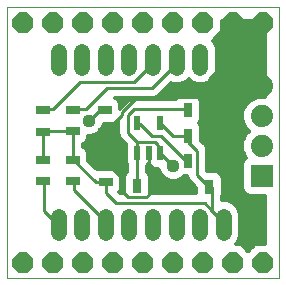
<source format=gbl>
G75*
%MOIN*%
%OFA0B0*%
%FSLAX25Y25*%
%IPPOS*%
%LPD*%
%AMOC8*
5,1,8,0,0,1.08239X$1,22.5*
%
%ADD10C,0.00000*%
%ADD11OC8,0.07000*%
%ADD12R,0.03150X0.04724*%
%ADD13R,0.02165X0.04724*%
%ADD14C,0.05356*%
%ADD15R,0.04724X0.03150*%
%ADD16R,0.07400X0.07400*%
%ADD17C,0.07400*%
%ADD18C,0.01200*%
%ADD19C,0.01000*%
%ADD20C,0.04400*%
D10*
X0007600Y0009100D02*
X0098301Y0009100D01*
X0098301Y0099561D01*
X0007600Y0099561D01*
X0007600Y0009100D01*
D11*
X0013100Y0014100D03*
X0023100Y0014100D03*
X0033100Y0014100D03*
X0043100Y0014100D03*
X0053100Y0014100D03*
X0063100Y0014100D03*
X0073100Y0014100D03*
X0083100Y0014100D03*
X0093100Y0014100D03*
X0093100Y0094100D03*
X0083100Y0094100D03*
X0073100Y0094100D03*
X0063100Y0094100D03*
X0053100Y0094100D03*
X0043100Y0094100D03*
X0033100Y0094100D03*
X0023100Y0094100D03*
X0013100Y0094100D03*
D12*
X0051057Y0040000D03*
X0058143Y0040000D03*
X0068057Y0039600D03*
X0075143Y0039600D03*
X0075043Y0048300D03*
X0067957Y0048300D03*
X0068057Y0056600D03*
X0075143Y0056600D03*
X0075043Y0065100D03*
X0067957Y0065100D03*
D13*
X0058640Y0060919D03*
X0051160Y0060919D03*
X0051160Y0050681D03*
X0054900Y0050681D03*
X0058640Y0050681D03*
D14*
X0056361Y0029525D02*
X0056361Y0024169D01*
X0064235Y0024169D02*
X0064235Y0029525D01*
X0072109Y0029525D02*
X0072109Y0024169D01*
X0079983Y0024169D02*
X0079983Y0029525D01*
X0048487Y0029525D02*
X0048487Y0024169D01*
X0040613Y0024169D02*
X0040613Y0029525D01*
X0032739Y0029525D02*
X0032739Y0024169D01*
X0024865Y0024169D02*
X0024865Y0029525D01*
X0024865Y0079287D02*
X0024865Y0084643D01*
X0032739Y0084643D02*
X0032739Y0079287D01*
X0040613Y0079287D02*
X0040613Y0084643D01*
X0048487Y0084643D02*
X0048487Y0079287D01*
X0056361Y0079287D02*
X0056361Y0084643D01*
X0064235Y0084643D02*
X0064235Y0079287D01*
X0072109Y0079287D02*
X0072109Y0084643D01*
X0079983Y0084643D02*
X0079983Y0079287D01*
D15*
X0040300Y0065043D03*
X0040300Y0057957D03*
X0040600Y0048143D03*
X0040600Y0041057D03*
X0029600Y0041557D03*
X0029600Y0048643D03*
X0029600Y0058057D03*
X0029600Y0065143D03*
X0019700Y0065043D03*
X0019700Y0057957D03*
X0019600Y0048643D03*
X0019600Y0041557D03*
D16*
X0092600Y0043100D03*
D17*
X0092600Y0053100D03*
X0092600Y0063100D03*
X0092600Y0073100D03*
D18*
X0093701Y0073451D02*
X0061618Y0073451D01*
X0062319Y0074152D02*
X0063146Y0073809D01*
X0065325Y0073809D01*
X0067338Y0074643D01*
X0068172Y0075477D01*
X0069006Y0074643D01*
X0071020Y0073809D01*
X0073199Y0073809D01*
X0075212Y0074643D01*
X0076753Y0076184D01*
X0077587Y0078198D01*
X0077587Y0085733D01*
X0076753Y0087746D01*
X0076205Y0088295D01*
X0079400Y0091490D01*
X0079400Y0094961D01*
X0093701Y0094961D01*
X0093701Y0069600D01*
X0091307Y0069600D01*
X0088918Y0068610D01*
X0087090Y0066782D01*
X0086100Y0064393D01*
X0086100Y0061807D01*
X0087090Y0059418D01*
X0088408Y0058100D01*
X0087090Y0056782D01*
X0086100Y0054393D01*
X0086100Y0051807D01*
X0087090Y0049418D01*
X0087328Y0049180D01*
X0087314Y0049174D01*
X0086526Y0048386D01*
X0086100Y0047357D01*
X0086100Y0038843D01*
X0086526Y0037814D01*
X0087314Y0037026D01*
X0088343Y0036600D01*
X0093701Y0036600D01*
X0093701Y0020400D01*
X0090490Y0020400D01*
X0088100Y0018010D01*
X0085710Y0020400D01*
X0083961Y0020400D01*
X0084627Y0021066D01*
X0085461Y0023080D01*
X0085461Y0030615D01*
X0084627Y0032628D01*
X0083086Y0034169D01*
X0081073Y0035003D01*
X0079400Y0035003D01*
X0079400Y0036396D01*
X0079518Y0036681D01*
X0079518Y0042519D01*
X0079092Y0043548D01*
X0078304Y0044336D01*
X0077275Y0044762D01*
X0074605Y0044762D01*
X0074400Y0044967D01*
X0074400Y0052256D01*
X0073898Y0053469D01*
X0072969Y0054398D01*
X0072431Y0054935D01*
X0072431Y0059519D01*
X0072005Y0060548D01*
X0071653Y0060900D01*
X0071905Y0061152D01*
X0072331Y0062181D01*
X0072331Y0068019D01*
X0071905Y0069048D01*
X0071118Y0069836D01*
X0070088Y0070262D01*
X0065825Y0070262D01*
X0064796Y0069836D01*
X0064008Y0069048D01*
X0063947Y0068900D01*
X0049444Y0068900D01*
X0048231Y0068398D01*
X0047302Y0067469D01*
X0045462Y0065629D01*
X0045462Y0067175D01*
X0045036Y0068204D01*
X0044248Y0068992D01*
X0043504Y0069300D01*
X0056756Y0069300D01*
X0057969Y0069802D01*
X0062319Y0074152D01*
X0060420Y0072253D02*
X0093701Y0072253D01*
X0093701Y0071054D02*
X0059221Y0071054D01*
X0058022Y0069856D02*
X0064843Y0069856D01*
X0067345Y0074650D02*
X0069000Y0074650D01*
X0071070Y0069856D02*
X0093701Y0069856D01*
X0089031Y0068657D02*
X0072067Y0068657D01*
X0072331Y0067459D02*
X0087766Y0067459D01*
X0086873Y0066260D02*
X0072331Y0066260D01*
X0072331Y0065062D02*
X0086377Y0065062D01*
X0086100Y0063863D02*
X0072331Y0063863D01*
X0072331Y0062665D02*
X0086100Y0062665D01*
X0086241Y0061466D02*
X0072035Y0061466D01*
X0072122Y0060268D02*
X0086738Y0060268D01*
X0087439Y0059069D02*
X0072431Y0059069D01*
X0072431Y0057870D02*
X0088178Y0057870D01*
X0087044Y0056672D02*
X0072431Y0056672D01*
X0072431Y0055473D02*
X0086548Y0055473D01*
X0086100Y0054275D02*
X0073092Y0054275D01*
X0074060Y0053076D02*
X0086100Y0053076D01*
X0086100Y0051878D02*
X0074400Y0051878D01*
X0074400Y0050679D02*
X0086567Y0050679D01*
X0087064Y0049481D02*
X0074400Y0049481D01*
X0074400Y0048282D02*
X0086483Y0048282D01*
X0086100Y0047084D02*
X0074400Y0047084D01*
X0074400Y0045885D02*
X0086100Y0045885D01*
X0086100Y0044687D02*
X0077457Y0044687D01*
X0079117Y0043488D02*
X0086100Y0043488D01*
X0086100Y0042290D02*
X0079518Y0042290D01*
X0079518Y0041091D02*
X0086100Y0041091D01*
X0086100Y0039893D02*
X0079518Y0039893D01*
X0079518Y0038694D02*
X0086162Y0038694D01*
X0086844Y0037496D02*
X0079518Y0037496D01*
X0079400Y0036297D02*
X0093701Y0036297D01*
X0093701Y0035099D02*
X0079400Y0035099D01*
X0083355Y0033900D02*
X0093701Y0033900D01*
X0093701Y0032702D02*
X0084554Y0032702D01*
X0085093Y0031503D02*
X0093701Y0031503D01*
X0093701Y0030305D02*
X0085461Y0030305D01*
X0085461Y0029106D02*
X0093701Y0029106D01*
X0093701Y0027908D02*
X0085461Y0027908D01*
X0085461Y0026709D02*
X0093701Y0026709D01*
X0093701Y0025511D02*
X0085461Y0025511D01*
X0085461Y0024312D02*
X0093701Y0024312D01*
X0093701Y0023114D02*
X0085461Y0023114D01*
X0084979Y0021915D02*
X0093701Y0021915D01*
X0093701Y0020717D02*
X0084278Y0020717D01*
X0086591Y0019518D02*
X0089609Y0019518D01*
X0088410Y0018320D02*
X0087790Y0018320D01*
X0070769Y0037400D02*
X0055431Y0037400D01*
X0055431Y0042919D01*
X0055005Y0043948D01*
X0054357Y0044597D01*
X0054357Y0046474D01*
X0054616Y0046733D01*
X0054900Y0047418D01*
X0055184Y0046733D01*
X0055971Y0045946D01*
X0057001Y0045519D01*
X0058136Y0045519D01*
X0058861Y0043768D01*
X0060268Y0042361D01*
X0062105Y0041600D01*
X0064095Y0041600D01*
X0065932Y0042361D01*
X0066709Y0043138D01*
X0067800Y0043138D01*
X0067800Y0042944D01*
X0068302Y0041731D01*
X0070769Y0039265D01*
X0070769Y0037400D01*
X0070769Y0037496D02*
X0055431Y0037496D01*
X0055431Y0038694D02*
X0070769Y0038694D01*
X0070140Y0039893D02*
X0055431Y0039893D01*
X0055431Y0041091D02*
X0068942Y0041091D01*
X0068071Y0042290D02*
X0065760Y0042290D01*
X0060440Y0042290D02*
X0055431Y0042290D01*
X0055196Y0043488D02*
X0059141Y0043488D01*
X0058480Y0044687D02*
X0054357Y0044687D01*
X0054357Y0045885D02*
X0056117Y0045885D01*
X0055038Y0047084D02*
X0054761Y0047084D01*
X0047757Y0046680D02*
X0047757Y0044597D01*
X0047108Y0043948D01*
X0046682Y0042919D01*
X0046682Y0037400D01*
X0045467Y0037400D01*
X0045153Y0037713D01*
X0045336Y0037896D01*
X0045762Y0038925D01*
X0045762Y0043188D01*
X0045336Y0044218D01*
X0044548Y0045005D01*
X0043519Y0045431D01*
X0037681Y0045431D01*
X0037538Y0045372D01*
X0034762Y0048148D01*
X0034762Y0050775D01*
X0034336Y0051804D01*
X0033548Y0052592D01*
X0032900Y0052860D01*
X0032900Y0053840D01*
X0033548Y0054108D01*
X0034336Y0054896D01*
X0034762Y0055925D01*
X0034762Y0056600D01*
X0036095Y0056600D01*
X0037932Y0057361D01*
X0039339Y0058768D01*
X0040100Y0060605D01*
X0040100Y0060669D01*
X0043219Y0060669D01*
X0044248Y0061095D01*
X0044800Y0061647D01*
X0044800Y0056944D01*
X0045302Y0055731D01*
X0047323Y0053710D01*
X0047277Y0053601D01*
X0047277Y0047762D01*
X0047703Y0046733D01*
X0047757Y0046680D01*
X0047558Y0047084D02*
X0035826Y0047084D01*
X0034762Y0048282D02*
X0047277Y0048282D01*
X0047277Y0049481D02*
X0034762Y0049481D01*
X0034762Y0050679D02*
X0047277Y0050679D01*
X0047277Y0051878D02*
X0034262Y0051878D01*
X0032900Y0053076D02*
X0047277Y0053076D01*
X0046758Y0054275D02*
X0033715Y0054275D01*
X0034575Y0055473D02*
X0045560Y0055473D01*
X0044912Y0056672D02*
X0036268Y0056672D01*
X0038442Y0057870D02*
X0044800Y0057870D01*
X0044800Y0059069D02*
X0039464Y0059069D01*
X0039960Y0060268D02*
X0044800Y0060268D01*
X0044800Y0061466D02*
X0044620Y0061466D01*
X0045462Y0066260D02*
X0046093Y0066260D01*
X0045345Y0067459D02*
X0047292Y0067459D01*
X0047302Y0067469D02*
X0047302Y0067469D01*
X0048857Y0068657D02*
X0044583Y0068657D01*
X0047757Y0045885D02*
X0037025Y0045885D01*
X0044867Y0044687D02*
X0047757Y0044687D01*
X0046918Y0043488D02*
X0045638Y0043488D01*
X0045762Y0042290D02*
X0046682Y0042290D01*
X0046682Y0041091D02*
X0045762Y0041091D01*
X0045762Y0039893D02*
X0046682Y0039893D01*
X0046682Y0038694D02*
X0045667Y0038694D01*
X0045371Y0037496D02*
X0046682Y0037496D01*
X0075219Y0074650D02*
X0093701Y0074650D01*
X0093701Y0075848D02*
X0076417Y0075848D01*
X0077111Y0077047D02*
X0093701Y0077047D01*
X0093701Y0078245D02*
X0077587Y0078245D01*
X0077587Y0079444D02*
X0093701Y0079444D01*
X0093701Y0080642D02*
X0077587Y0080642D01*
X0077587Y0081841D02*
X0093701Y0081841D01*
X0093701Y0083039D02*
X0077587Y0083039D01*
X0077587Y0084238D02*
X0093701Y0084238D01*
X0093701Y0085436D02*
X0077587Y0085436D01*
X0077214Y0086635D02*
X0093701Y0086635D01*
X0093701Y0087833D02*
X0076666Y0087833D01*
X0076941Y0089032D02*
X0093701Y0089032D01*
X0093701Y0090230D02*
X0078140Y0090230D01*
X0079338Y0091429D02*
X0093701Y0091429D01*
X0093701Y0092627D02*
X0079400Y0092627D01*
X0079400Y0093826D02*
X0093701Y0093826D01*
D19*
X0079983Y0081965D02*
X0079100Y0079600D01*
X0085100Y0073600D01*
X0092100Y0073600D01*
X0092600Y0073100D01*
X0079983Y0081965D02*
X0079100Y0081600D01*
X0079100Y0079600D01*
X0075100Y0075600D01*
X0075100Y0069600D01*
X0051100Y0069600D01*
X0046100Y0064600D01*
X0046100Y0063600D01*
X0041100Y0058600D01*
X0040300Y0057957D01*
X0041100Y0057600D01*
X0041100Y0048600D01*
X0040600Y0048143D01*
X0041100Y0047600D01*
X0046100Y0042600D01*
X0046100Y0038100D01*
X0048100Y0036100D01*
X0054100Y0036100D01*
X0058100Y0039600D01*
X0058143Y0040000D02*
X0058100Y0040043D01*
X0058100Y0042100D01*
X0054900Y0045300D01*
X0054900Y0050681D01*
X0058100Y0051600D02*
X0058640Y0050681D01*
X0059100Y0050600D01*
X0063100Y0046600D01*
X0067100Y0048600D02*
X0067957Y0048300D01*
X0067100Y0048600D02*
X0059100Y0056600D01*
X0056100Y0056600D01*
X0052100Y0060600D01*
X0051160Y0060919D01*
X0048100Y0063600D02*
X0048100Y0057600D01*
X0051100Y0054600D01*
X0051057Y0054600D01*
X0051057Y0053100D01*
X0051160Y0052997D01*
X0051160Y0050681D01*
X0051057Y0053100D02*
X0051057Y0040000D01*
X0059100Y0039600D02*
X0068057Y0039600D01*
X0071100Y0043600D02*
X0075100Y0039600D01*
X0075143Y0039600D01*
X0076100Y0039600D01*
X0076100Y0031600D01*
X0073600Y0034100D01*
X0044100Y0034100D01*
X0040600Y0037600D01*
X0040600Y0041057D01*
X0037187Y0041057D01*
X0029600Y0048643D01*
X0029600Y0058057D01*
X0019800Y0058057D01*
X0019700Y0057957D01*
X0019700Y0048743D01*
X0019600Y0048643D01*
X0019600Y0041557D02*
X0020100Y0040600D01*
X0020100Y0031600D01*
X0024100Y0027600D01*
X0024865Y0026847D01*
X0030100Y0038600D02*
X0041100Y0027600D01*
X0040613Y0026847D01*
X0030100Y0038600D02*
X0030100Y0040600D01*
X0029600Y0041557D01*
X0035100Y0061600D02*
X0038100Y0064600D01*
X0040100Y0064600D01*
X0040300Y0065043D01*
X0034100Y0065600D02*
X0041100Y0072600D01*
X0056100Y0072600D01*
X0065100Y0081600D01*
X0064235Y0081965D01*
X0057100Y0081600D02*
X0056361Y0081965D01*
X0057100Y0081600D02*
X0050100Y0074600D01*
X0032100Y0074600D01*
X0023100Y0065600D01*
X0020100Y0065600D01*
X0019700Y0065043D01*
X0029600Y0065143D02*
X0030100Y0065600D01*
X0034100Y0065600D01*
X0048100Y0063600D02*
X0050100Y0065600D01*
X0067100Y0065600D01*
X0067957Y0065100D01*
X0075043Y0065100D02*
X0075100Y0065600D01*
X0075100Y0069600D01*
X0075043Y0065100D02*
X0075100Y0064600D01*
X0075100Y0056600D01*
X0075143Y0056600D01*
X0075100Y0056600D02*
X0075100Y0048600D01*
X0075043Y0048300D01*
X0071100Y0051600D02*
X0071100Y0043600D01*
X0071100Y0051600D02*
X0068100Y0054600D01*
X0068100Y0056600D01*
X0068057Y0056600D01*
X0063100Y0056600D01*
X0059100Y0060600D01*
X0058640Y0060919D01*
X0057100Y0054600D02*
X0051100Y0054600D01*
X0057100Y0054600D02*
X0058100Y0053600D01*
X0058100Y0051600D01*
X0076100Y0031600D02*
X0080100Y0027600D01*
X0079983Y0026847D01*
D20*
X0063100Y0046600D03*
X0035100Y0061600D03*
M02*

</source>
